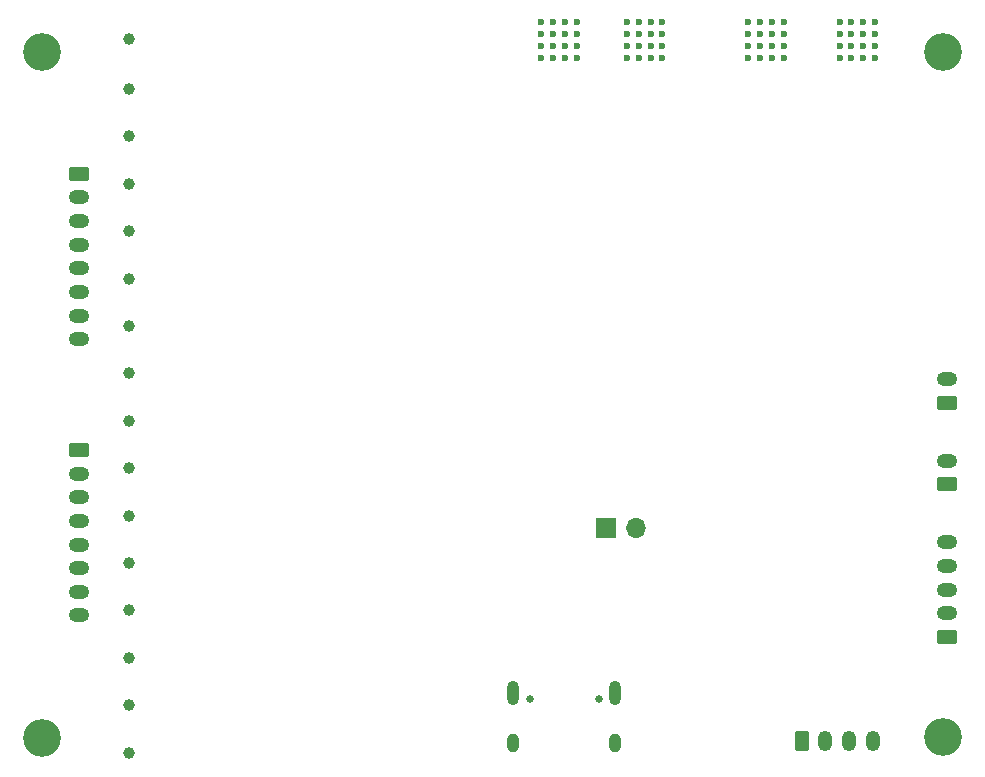
<source format=gbs>
G04 #@! TF.GenerationSoftware,KiCad,Pcbnew,(6.0.7-1)-1*
G04 #@! TF.CreationDate,2023-01-13T15:06:51+01:00*
G04 #@! TF.ProjectId,Flux_BMS,466c7578-5f42-44d5-932e-6b696361645f,rev?*
G04 #@! TF.SameCoordinates,Original*
G04 #@! TF.FileFunction,Soldermask,Bot*
G04 #@! TF.FilePolarity,Negative*
%FSLAX46Y46*%
G04 Gerber Fmt 4.6, Leading zero omitted, Abs format (unit mm)*
G04 Created by KiCad (PCBNEW (6.0.7-1)-1) date 2023-01-13 15:06:51*
%MOMM*%
%LPD*%
G01*
G04 APERTURE LIST*
G04 Aperture macros list*
%AMRoundRect*
0 Rectangle with rounded corners*
0 $1 Rounding radius*
0 $2 $3 $4 $5 $6 $7 $8 $9 X,Y pos of 4 corners*
0 Add a 4 corners polygon primitive as box body*
4,1,4,$2,$3,$4,$5,$6,$7,$8,$9,$2,$3,0*
0 Add four circle primitives for the rounded corners*
1,1,$1+$1,$2,$3*
1,1,$1+$1,$4,$5*
1,1,$1+$1,$6,$7*
1,1,$1+$1,$8,$9*
0 Add four rect primitives between the rounded corners*
20,1,$1+$1,$2,$3,$4,$5,0*
20,1,$1+$1,$4,$5,$6,$7,0*
20,1,$1+$1,$6,$7,$8,$9,0*
20,1,$1+$1,$8,$9,$2,$3,0*%
G04 Aperture macros list end*
%ADD10O,1.200000X1.750000*%
%ADD11RoundRect,0.250000X-0.350000X-0.625000X0.350000X-0.625000X0.350000X0.625000X-0.350000X0.625000X0*%
%ADD12RoundRect,0.250000X0.625000X-0.350000X0.625000X0.350000X-0.625000X0.350000X-0.625000X-0.350000X0*%
%ADD13O,1.750000X1.200000*%
%ADD14C,1.000000*%
%ADD15C,0.600000*%
%ADD16O,1.000000X1.600000*%
%ADD17O,1.000000X2.100000*%
%ADD18C,0.650000*%
%ADD19C,3.200000*%
%ADD20RoundRect,0.250000X-0.625000X0.350000X-0.625000X-0.350000X0.625000X-0.350000X0.625000X0.350000X0*%
%ADD21O,1.700000X1.700000*%
%ADD22R,1.700000X1.700000*%
G04 APERTURE END LIST*
D10*
X149650000Y-135450000D03*
X147650000Y-135450000D03*
X145650000Y-135450000D03*
D11*
X143650000Y-135450000D03*
D12*
X155950000Y-113700000D03*
D13*
X155950000Y-111700000D03*
X155950000Y-104800000D03*
D12*
X155950000Y-106800000D03*
D14*
X86650000Y-116333330D03*
X86650000Y-124359996D03*
X86650000Y-100279998D03*
D15*
X142100000Y-74550000D03*
X141100000Y-77550000D03*
X140100000Y-76550000D03*
X139100000Y-76550000D03*
X142100000Y-77550000D03*
X139100000Y-75550000D03*
X139100000Y-77550000D03*
X140100000Y-77550000D03*
X142100000Y-76550000D03*
X141100000Y-76550000D03*
X140100000Y-74550000D03*
X141100000Y-74550000D03*
X140100000Y-75550000D03*
X142100000Y-75550000D03*
X139100000Y-74550000D03*
X141100000Y-75550000D03*
D14*
X86650000Y-92253332D03*
X86650000Y-120346663D03*
D16*
X127870000Y-135550000D03*
D17*
X119230000Y-131370000D03*
X127870000Y-131370000D03*
D16*
X119230000Y-135550000D03*
D18*
X120660000Y-131900000D03*
X126440000Y-131900000D03*
D19*
X79350000Y-77050000D03*
D12*
X155950000Y-126600000D03*
D13*
X155950000Y-124600000D03*
X155950000Y-122600000D03*
X155950000Y-120600000D03*
X155950000Y-118600000D03*
D14*
X86650000Y-80213333D03*
D15*
X123600000Y-74550000D03*
X121600000Y-75550000D03*
X123600000Y-75550000D03*
X123600000Y-77550000D03*
X122600000Y-74550000D03*
X124600000Y-77550000D03*
X124600000Y-74550000D03*
X122600000Y-77550000D03*
X124600000Y-76550000D03*
X121600000Y-76550000D03*
X121600000Y-77550000D03*
X122600000Y-75550000D03*
X121600000Y-74550000D03*
X122600000Y-76550000D03*
X123600000Y-76550000D03*
X124600000Y-75550000D03*
D13*
X82450000Y-124783332D03*
X82450000Y-122783332D03*
X82450000Y-120783332D03*
X82450000Y-118783332D03*
X82450000Y-116783332D03*
X82450000Y-114783332D03*
X82450000Y-112783332D03*
D20*
X82450000Y-110783332D03*
D14*
X86650000Y-88239999D03*
X86650000Y-76000000D03*
D19*
X155600000Y-77050000D03*
X79350000Y-135150000D03*
D14*
X86650000Y-108306664D03*
X86650000Y-112319997D03*
D13*
X82450000Y-101400000D03*
X82450000Y-99400000D03*
X82450000Y-97400000D03*
X82450000Y-95400000D03*
X82450000Y-93400000D03*
X82450000Y-91400000D03*
X82450000Y-89400000D03*
D20*
X82450000Y-87400000D03*
D14*
X86650000Y-136400000D03*
X86650000Y-128373329D03*
D21*
X129640000Y-117400000D03*
D22*
X127100000Y-117400000D03*
D14*
X86650000Y-104293331D03*
X86650000Y-132386662D03*
X86650000Y-84226666D03*
D15*
X146850000Y-74550000D03*
X149850000Y-74550000D03*
X149850000Y-77550000D03*
X147850000Y-77550000D03*
X148850000Y-77550000D03*
X147850000Y-74550000D03*
X148850000Y-76550000D03*
X147850000Y-75550000D03*
X146850000Y-75550000D03*
X147850000Y-76550000D03*
X146850000Y-77550000D03*
X149850000Y-75550000D03*
X148850000Y-75550000D03*
X148850000Y-74550000D03*
X149850000Y-76550000D03*
X146850000Y-76550000D03*
X131850000Y-76550000D03*
X130850000Y-75550000D03*
X130850000Y-76550000D03*
X130850000Y-74550000D03*
X129850000Y-76550000D03*
X131850000Y-77550000D03*
X130850000Y-77550000D03*
X128850000Y-74550000D03*
X128850000Y-77550000D03*
X129850000Y-75550000D03*
X128850000Y-75550000D03*
X131850000Y-74550000D03*
X128850000Y-76550000D03*
X129850000Y-77550000D03*
X129850000Y-74550000D03*
X131850000Y-75550000D03*
D19*
X155600000Y-135050000D03*
D14*
X86650000Y-96266665D03*
M02*

</source>
